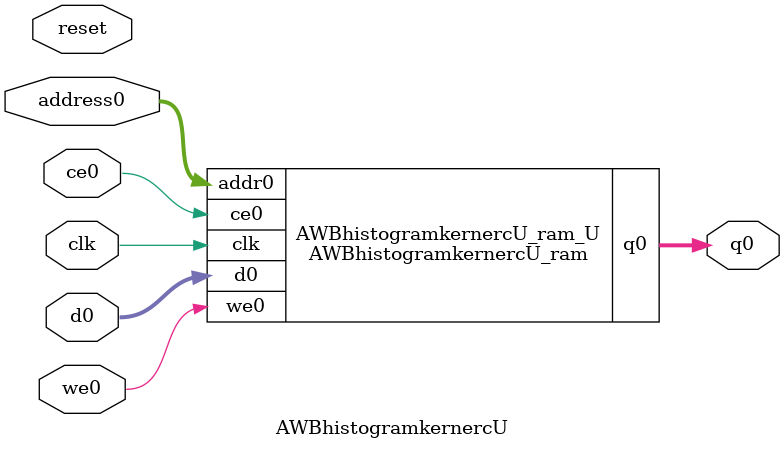
<source format=v>
`timescale 1 ns / 1 ps
module AWBhistogramkernercU_ram (addr0, ce0, d0, we0, q0,  clk);

parameter DWIDTH = 32;
parameter AWIDTH = 10;
parameter MEM_SIZE = 1024;

input[AWIDTH-1:0] addr0;
input ce0;
input[DWIDTH-1:0] d0;
input we0;
output reg[DWIDTH-1:0] q0;
input clk;

(* ram_style = "block" *)reg [DWIDTH-1:0] ram[0:MEM_SIZE-1];




always @(posedge clk)  
begin 
    if (ce0) begin
        if (we0) 
            ram[addr0] <= d0; 
        q0 <= ram[addr0];
    end
end


endmodule

`timescale 1 ns / 1 ps
module AWBhistogramkernercU(
    reset,
    clk,
    address0,
    ce0,
    we0,
    d0,
    q0);

parameter DataWidth = 32'd32;
parameter AddressRange = 32'd1024;
parameter AddressWidth = 32'd10;
input reset;
input clk;
input[AddressWidth - 1:0] address0;
input ce0;
input we0;
input[DataWidth - 1:0] d0;
output[DataWidth - 1:0] q0;



AWBhistogramkernercU_ram AWBhistogramkernercU_ram_U(
    .clk( clk ),
    .addr0( address0 ),
    .ce0( ce0 ),
    .we0( we0 ),
    .d0( d0 ),
    .q0( q0 ));

endmodule


</source>
